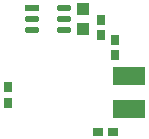
<source format=gtp>
G04 CAM350/DFMSTREAM V11.0 (Build 715) Date:  Thu Jan 31 17:32:03 2019 *
G04 Database: (Untitled) *
G04 Layer 10: pcb2-1 *
%FSTAX43Y43*%
%MOMM*%
%SFA1.000B1.000*%

%MIA0B0*%
%IPPOS*%
%ADD10R,0.70000X0.90000*%
%ADD11R,1.00000X1.10000*%
%ADD12R,1.20000X0.55000*%
%ADD13O,1.20000X0.55000*%
%ADD14O,1.20000X0.55000*%
%ADD15R,2.70000X1.60000*%
%ADD16R,0.90000X0.70000*%
%LNpcb2-1*%
%LPD*%
G54D10*
X0075699Y0082649D03*
Y0081349D03*
X0067799Y0075649D03*
Y0076949D03*
X0076899Y0079649D03*
Y0080949D03*
G54D11*
X0074199Y0083549D03*
Y0081849D03*
G54D12*
X0069899Y0083699D03*
G54D13*
Y0082749D03*
Y0081799D03*
X0072599D03*
G54D14*
Y0082749D03*
Y0083699D03*
G54D15*
X0078099Y0075099D03*
Y0077899D03*
G54D16*
X0076749Y0073199D03*
X0075449D03*
M02*

</source>
